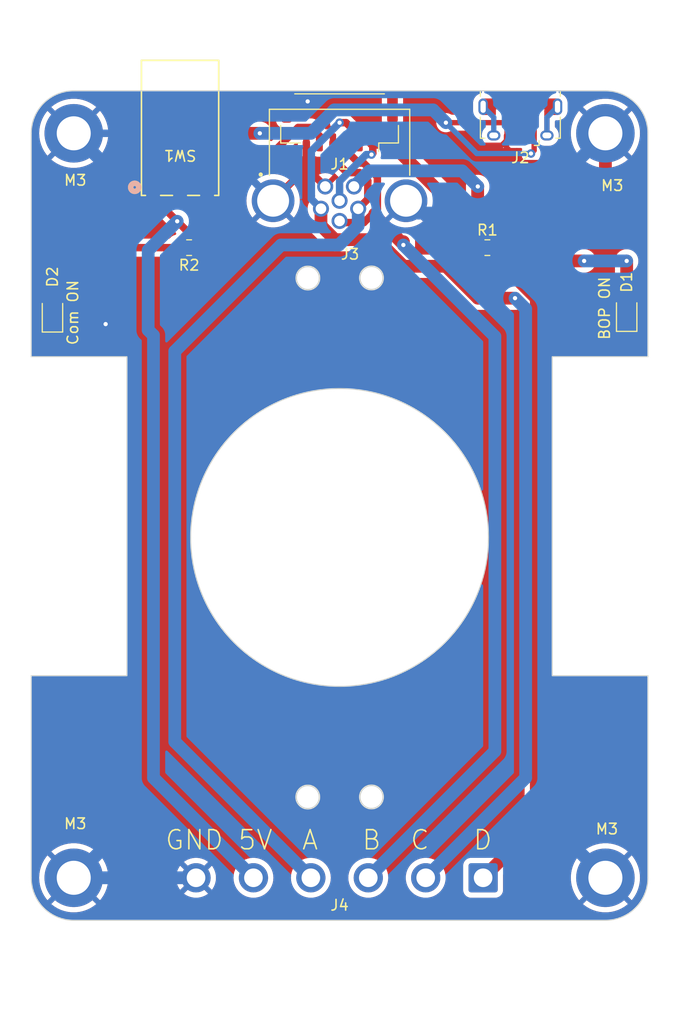
<source format=kicad_pcb>
(kicad_pcb (version 20240108) (generator "pcbnew") (generator_version "8.0")
  (layers (0 "F.Cu" signal) (31 "B.Cu" signal) (34 "B.Paste" user) (35 "F.Paste" user) (36 "B.SilkS" user "B.Silkscreen") (37 "F.SilkS" user "F.Silkscreen") (38 "B.Mask" user) (39 "F.Mask" user) (44 "Edge.Cuts" user))
  (net 0 "")
  (net 1 "GND")
  (net 2 "Net-(D1-A)")
  (net 3 "Net-(D2-A)")
  (net 4 "Net-(J1-Pin_2)")
  (net 8 "unconnected-(J2-Shield-Pad6)")
  (net 9 "Net-(J1-Pin_1)")
  (net 10 "Net-(J1-Pin_3)")
  (net 11 "Net-(J1-Pin_4)")
  (net 12 "Net-(J3-Pad2)")
  (net 13 "Net-(J1-Pin_5)")
  (net 14 "Net-(J2-VBUS)")
  (footprint "Connector_USB:USB_Micro-B_Amphenol_10118194_Horizontal" (layer "F.Cu") (at 69 60.8 180)
    (property "Reference" "J2" (at 0 -3.5 180) (layer "F.SilkS"))
    (property "Value" "USB_B_Micro")
    (fp_line (start 3.76 2.29) (end 3.76 2.69) (stroke (width 0.12)) (layer "F.SilkS"))
    (fp_line (start 3.76 0.32) (end 3.76 -1.66) (stroke (width 0.12)) (layer "F.SilkS"))
    (fp_line (start 3.76 -1.66) (end 3.34 -1.66) (stroke (width 0.12)) (layer "F.SilkS"))
    (fp_line (start -1.31 -2.34) (end -1.76 -2.34) (stroke (width 0.12)) (layer "F.SilkS"))
    (fp_line (start -1.76 -1.89) (end -1.76 -2.34) (stroke (width 0.12)) (layer "F.SilkS"))
    (fp_line (start -3.76 2.69) (end -3.76 2.29) (stroke (width 0.12)) (layer "F.SilkS"))
    (fp_line (start -3.76 0.32) (end -3.76 -1.66) (stroke (width 0.12)) (layer "F.SilkS"))
    (fp_line (start -3.76 -1.66) (end -3.34 -1.66) (stroke (width 0.12)) (layer "F.SilkS"))
    (pad "1" smd rect (at -1.3 -1.4 180) (size 0.4 1.35) (layers "F.Cu" "F.Paste" "F.Mask") (net 14 "Net-(J2-VBUS)"))
    (pad "2" smd rect (at -0.65 -1.4 180) (size 0.4 1.35) (layers "F.Cu" "F.Paste" "F.Mask"))
    (pad "3" smd rect (at 0 -1.4 180) (size 0.4 1.35) (layers "F.Cu" "F.Paste" "F.Mask"))
    (pad "4" smd rect (at 0.65 -1.4 180) (size 0.4 1.35) (layers "F.Cu" "F.Paste" "F.Mask"))
    (pad "5" smd rect (at 1.3 -1.4 180) (size 0.4 1.35) (layers "F.Cu" "F.Paste" "F.Mask") (net 1 "GND"))
    (pad "6" thru_hole oval (at -3.5 1.3 180) (size 0.89 1.55) (drill oval 0.5 1.15) (layers "*.Cu" "*.Mask") (net 8 "unconnected-(J2-Shield-Pad6)"))
    (pad "6" smd rect (at -2.9 1.3 180) (size 1.2 1.55) (layers "F.Cu" "F.Paste" "F.Mask") (net 8 "unconnected-(J2-Shield-Pad6)"))
    (pad "6" thru_hole oval (at -2.5 -1.4 180) (size 1.25 0.95) (drill oval 0.85 0.55) (layers "*.Cu" "*.Mask") (net 8 "unconnected-(J2-Shield-Pad6)"))
    (pad "6" smd rect (at -1 1.3 180) (size 1.5 1.55) (layers "F.Cu" "F.Paste" "F.Mask") (net 8 "unconnected-(J2-Shield-Pad6)"))
    (pad "6" smd rect (at 1 1.3 180) (size 1.5 1.55) (layers "F.Cu" "F.Paste" "F.Mask") (net 8 "unconnected-(J2-Shield-Pad6)"))
    (pad "6" thru_hole oval (at 2.5 -1.4 180) (size 1.25 0.95) (drill oval 0.85 0.55) (layers "*.Cu" "*.Mask") (net 8 "unconnected-(J2-Shield-Pad6)"))
    (pad "6" smd rect (at 2.9 1.3 180) (size 1.2 1.55) (layers "F.Cu" "F.Paste" "F.Mask") (net 8 "unconnected-(J2-Shield-Pad6)"))
    (pad "6" thru_hole oval (at 3.5 1.3 180) (size 0.89 1.55) (drill oval 0.5 1.15) (layers "*.Cu" "*.Mask") (net 8 "unconnected-(J2-Shield-Pad6)"))
  )
  (footprint "LED_SMD:LED_0805_2012Metric" (layer "F.Cu") (at 79 78.9375 90)
    (property "Reference" "D1" (at 2.9375 0 90) (layer "F.SilkS"))
    (property "Value" "LED")
    (fp_line (start 1 -0.96) (end -1.685 -0.96) (stroke (width 0.12)) (layer "F.SilkS"))
    (fp_line (start -1.685 -0.96) (end -1.685 0.96) (stroke (width 0.12)) (layer "F.SilkS"))
    (fp_line (start -1.685 0.96) (end 1 0.96) (stroke (width 0.12)) (layer "F.SilkS"))
    (pad "1" smd roundrect (at -0.9375 0 90) (size 0.975 1.4) (layers "F.Cu" "F.Paste" "F.Mask") (net 1 "GND"))
    (pad "2" smd roundrect (at 0.9375 0 90) (size 0.975 1.4) (layers "F.Cu" "F.Paste" "F.Mask") (net 2 "Net-(D1-A)"))
  )
  (footprint "Connector_Wire:SolderWire-1sqmm_1x06_P5.4mm_D1.4mm_OD2.7mm" (layer "F.Cu") (at 65.5 132 180)
    (property "Reference" "J4" (at 13.5 -2.58 0) (layer "F.SilkS"))
    (property "Value" "Conn_01x06_Pin")
    (pad "1" thru_hole roundrect (at 0 0 180) (size 2.75 2.75) (drill 1.75) (layers "*.Cu" "*.Mask") (roundrect_rratio 0.09090909091) (net 9 "Net-(J1-Pin_1)"))
    (pad "2" thru_hole circle (at 5.4 0 180) (size 2.75 2.75) (drill 1.75) (layers "*.Cu" "*.Mask") (net 4 "Net-(J1-Pin_2)"))
    (pad "3" thru_hole circle (at 10.8 0 180) (size 2.75 2.75) (drill 1.75) (layers "*.Cu" "*.Mask") (net 10 "Net-(J1-Pin_3)"))
    (pad "4" thru_hole circle (at 16.2 0 180) (size 2.75 2.75) (drill 1.75) (layers "*.Cu" "*.Mask") (net 11 "Net-(J1-Pin_4)"))
    (pad "5" thru_hole circle (at 21.6 0 180) (size 2.75 2.75) (drill 1.75) (layers "*.Cu" "*.Mask") (net 13 "Net-(J1-Pin_5)"))
    (pad "6" thru_hole circle (at 27 0 180) (size 2.75 2.75) (drill 1.75) (layers "*.Cu" "*.Mask") (net 1 "GND"))
  )
  (footprint "MountingHole:MountingHole_3.2mm_M3_ISO14580_Pad" (layer "F.Cu") (at 77 132)
    (property "Reference" "H2" (hide yes))
    (property "Value" "MountingHole_Pad")
    (pad "1" thru_hole circle (at 0 0) (size 5.5 5.5) (drill 3.2) (layers "*.Cu" "*.Mask") (net 1 "GND"))
  )
  (footprint "MountingHole:MountingHole_3.2mm_M3_ISO14580_Pad" (layer "F.Cu") (at 27 132)
    (property "Reference" "H1" (hide yes))
    (property "Value" "MountingHole_Pad")
    (pad "1" thru_hole circle (at 0 0) (size 5.5 5.5) (drill 3.2) (layers "*.Cu" "*.Mask") (net 1 "GND"))
  )
  (footprint "Connector_Molex:Molex_CLIK-Mate_502386-0670_1x06-1MP_P1.25mm_Horizontal" (layer "F.Cu") (at 52 61 180)
    (property "Reference" "J1" (at 0 -3.9 0) (layer "F.SilkS"))
    (property "Value" "Conn_01x06_Pin")
    (fp_line (start 5.535 -0.26) (end 5.535 -1.91) (stroke (width 0.12)) (layer "F.SilkS"))
    (fp_line (start 5.535 -1.91) (end 3.685 -1.91) (stroke (width 0.12)) (layer "F.SilkS"))
    (fp_line (start -3.685 -1.91) (end -3.685 -2.7) (stroke (width 0.12)) (layer "F.SilkS"))
    (fp_line (start -4.215 2.71) (end 4.215 2.71) (stroke (width 0.12)) (layer "F.SilkS"))
    (fp_line (start -5.535 -0.26) (end -5.535 -1.91) (stroke (width 0.12)) (layer "F.SilkS"))
    (fp_line (start -5.535 -1.91) (end -3.685 -1.91) (stroke (width 0.12)) (layer "F.SilkS"))
    (pad "1" smd roundrect (at -3.125 -1.85 180) (size 0.6 1.7) (layers "F.Cu" "F.Paste" "F.Mask") (net 9 "Net-(J1-Pin_1)"))
    (pad "2" smd roundrect (at -1.875 -1.85 180) (size 0.6 1.7) (layers "F.Cu" "F.Paste" "F.Mask") (net 4 "Net-(J1-Pin_2)"))
    (pad "3" smd roundrect (at -0.625 -1.85 180) (size 0.6 1.7) (layers "F.Cu" "F.Paste" "F.Mask") (net 10 "Net-(J1-Pin_3)"))
    (pad "4" smd roundrect (at 0.625 -1.85 180) (size 0.6 1.7) (layers "F.Cu" "F.Paste" "F.Mask") (net 11 "Net-(J1-Pin_4)"))
    (pad "5" smd roundrect (at 1.875 -1.85 180) (size 0.6 1.7) (layers "F.Cu" "F.Paste" "F.Mask") (net 13 "Net-(J1-Pin_5)"))
    (pad "6" smd roundrect (at 3.125 -1.85 180) (size 0.6 1.7) (layers "F.Cu" "F.Paste" "F.Mask") (net 1 "GND"))
    (pad "MP" smd roundrect (at -4.975 1.35 180) (size 1 2.7) (layers "F.Cu" "F.Paste" "F.Mask"))
    (pad "MP" smd roundrect (at 4.975 1.35 180) (size 1 2.7) (layers "F.Cu" "F.Paste" "F.Mask"))
  )
  (footprint "Resistor_SMD:R_0805_2012Metric" (layer "F.Cu") (at 37.85 72.75 180)
    (property "Reference" "R2" (at 0 -1.65 180) (layer "F.SilkS"))
    (property "Value" "R330")
    (fp_line (start -0.227064 0.735) (end 0.227064 0.735) (stroke (width 0.12)) (layer "F.SilkS"))
    (fp_line (start -0.227064 -0.735) (end 0.227064 -0.735) (stroke (width 0.12)) (layer "F.SilkS"))
    (pad "1" smd roundrect (at -0.9125 0 180) (size 1.025 1.4) (layers "F.Cu" "F.Paste" "F.Mask") (roundrect_rratio 0.243902439) (net 13 "Net-(J1-Pin_5)"))
    (pad "2" smd roundrect (at 0.9125 0 180) (size 1.025 1.4) (layers "F.Cu" "F.Paste" "F.Mask") (roundrect_rratio 0.243902439) (net 3 "Net-(D2-A)"))
  )
  (footprint "LED_SMD:LED_0805_2012Metric" (layer "F.Cu") (at 25 79 90)
    (property "Reference" "D2" (at 3.5 0 90) (layer "F.SilkS"))
    (property "Value" "LED")
    (fp_line (start 1 -0.96) (end -1.685 -0.96) (stroke (width 0.12)) (layer "F.SilkS"))
    (fp_line (start -1.685 -0.96) (end -1.685 0.96) (stroke (width 0.12)) (layer "F.SilkS"))
    (fp_line (start -1.685 0.96) (end 1 0.96) (stroke (width 0.12)) (layer "F.SilkS"))
    (pad "1" smd roundrect (at -0.9375 0 90) (size 0.975 1.4) (layers "F.Cu" "F.Paste" "F.Mask") (net 1 "GND"))
    (pad "2" smd roundrect (at 0.9375 0 90) (size 0.975 1.4) (layers "F.Cu" "F.Paste" "F.Mask") (net 3 "Net-(D2-A)"))
  )
  (footprint "54-00321:TENSILITY_54-00321" (layer "F.Cu") (at 52 68.34 180)
    (property "Reference" "J3" (at -0.98575 -5.03 0) (layer "F.SilkS"))
    (property "Value" "54-00321")
    (fp_line (start 6.6 8.6) (end 6.6 2.4) (stroke (width 0.127)) (layer "F.SilkS"))
    (fp_line (start -6.6 8.6) (end 6.6 8.6) (stroke (width 0.127)) (layer "F.SilkS"))
    (fp_line (start -6.6 2.4) (end -6.6 8.6) (stroke (width 0.127)) (layer "F.SilkS"))
    (fp_circle (center 7.4146 2.4652) (end 7.5146 2.4652) (stroke (width 0.2)) (fill none) (layer "F.SilkS"))
    (pad "1" thru_hole circle (at 1.35 1.34 180) (size 1.508 1.508) (drill 1) (layers "*.Cu" "*.Mask") (net 1 "GND"))
    (pad "2" thru_hole circle (at -1.35 1.34 180) (size 1.508 1.508) (drill 1) (layers "*.Cu" "*.Mask") (net 12 "Net-(J3-Pad2)"))
    (pad "3" thru_hole circle (at -1.75 -0.75 180) (size 1.508 1.508) (drill 1) (layers "*.Cu" "*.Mask") (net 11 "Net-(J1-Pin_4)"))
    (pad "4" thru_hole circle (at 0 -1.9 180) (size 1.508 1.508) (drill 1) (layers "*.Cu" "*.Mask") (net 10 "Net-(J1-Pin_3)"))
    (pad "5" thru_hole circle (at 1.75 -0.75 180) (size 1.508 1.508) (drill 1) (layers "*.Cu" "*.Mask") (net 4 "Net-(J1-Pin_2)"))
    (pad "6" thru_hole circle (at 0 0 180) (size 1.508 1.508) (drill 1) (layers "*.Cu" "*.Mask") (net 9 "Net-(J1-Pin_1)"))
    (pad "S1" thru_hole circle (at -6.25 0 180) (size 4.016 4.016) (drill 3) (layers "*.Cu" "*.Mask") (net 1 "GND"))
    (pad "S2" thru_hole circle (at 6.25 0 180) (size 4.016 4.016) (drill 3) (layers "*.Cu" "*.Mask") (net 1 "GND"))
  )
  (footprint "SwitchSurfaceMount:GT11MSABE_CNK" (layer "F.Cu") (at 37 61.49 180)
    (property "Reference" "SW1" (at 0 -2.588 180) (layer "F.SilkS"))
    (property "Value" "GT11MSABE")
    (fp_circle (center 4.2672 -5.588) (end 4.6482 -5.588) (stroke (width 0.508)) (fill none) (layer "B.SilkS"))
    (fp_line (start 3.6322 6.35) (end 3.6322 -6.35) (stroke (width 0.1524)) (layer "F.SilkS"))
    (fp_line (start 3.6322 -6.35) (end 3.25374 -6.35) (stroke (width 0.1524)) (layer "F.SilkS"))
    (fp_line (start 1.82626 -6.35) (end 0.71374 -6.35) (stroke (width 0.1524)) (layer "F.SilkS"))
    (fp_line (start -0.71374 -6.35) (end -1.82626 -6.35) (stroke (width 0.1524)) (layer "F.SilkS"))
    (fp_line (start -3.25374 -6.35) (end -3.6322 -6.35) (stroke (width 0.1524)) (layer "F.SilkS"))
    (fp_line (start -3.6322 6.35) (end 3.6322 6.35) (stroke (width 0.1524)) (layer "F.SilkS"))
    (fp_line (start -3.6322 -6.35) (end -3.6322 6.35) (stroke (width 0.1524)) (layer "F.SilkS"))
    (fp_circle (center 4.2672 -5.588) (end 4.6482 -5.588) (stroke (width 0.508)) (fill none) (layer "F.SilkS"))
    (pad "1" smd rect (at 2.54 -5.588 180) (size 0.762 2.032) (layers "F.Cu" "F.Paste" "F.Mask") (net 13 "Net-(J1-Pin_5)"))
    (pad "2" smd rect (at 0 -5.588 180) (size 0.762 2.032) (layers "F.Cu" "F.Paste" "F.Mask") (net 14 "Net-(J2-VBUS)"))
    (pad "3" smd rect (at -2.54 -5.588 180) (size 0.762 2.032) (layers "F.Cu" "F.Paste" "F.Mask"))
    (pad "4" smd rect (at -2.54 2.413 180) (size 0.762 2.032) (layers "F.Cu" "F.Paste" "F.Mask"))
    (pad "5" smd rect (at 2.54 2.413 180) (size 0.762 2.032) (layers "F.Cu" "F.Paste" "F.Mask"))
  )
  (footprint "Resistor_SMD:R_0805_2012Metric" (layer "F.Cu") (at 65.9 72.75)
    (property "Reference" "R1" (at 0 -1.65 0) (layer "F.SilkS"))
    (property "Value" "R330")
    (fp_line (start -0.227064 -0.735) (end 0.227064 -0.735) (stroke (width 0.12)) (layer "F.SilkS"))
    (fp_line (start -0.227064 0.735) (end 0.227064 0.735) (stroke (width 0.12)) (layer "F.SilkS"))
    (pad "1" smd roundrect (at -0.9125 0) (size 1.025 1.4) (layers "F.Cu" "F.Paste" "F.Mask") (roundrect_rratio 0.243902439) (net 12 "Net-(J3-Pad2)"))
    (pad "2" smd roundrect (at 0.9125 0) (size 1.025 1.4) (layers "F.Cu" "F.Paste" "F.Mask") (roundrect_rratio 0.243902439) (net 2 "Net-(D1-A)"))
  )
  (footprint "MountingHole:MountingHole_3.2mm_M3_ISO14580_Pad" (layer "F.Cu") (at 27 62)
    (property "Reference" "H3" (hide yes))
    (property "Value" "MountingHole_Pad")
    (pad "1" thru_hole circle (at 0 0) (size 5.5 5.5) (drill 3.2) (layers "*.Cu" "*.Mask") (net 1 "GND"))
  )
  (footprint "MountingHole:MountingHole_3.2mm_M3_ISO14580_Pad" (layer "F.Cu") (at 77 62)
    (property "Reference" "H4" (hide yes))
    (property "Value" "MountingHole_Pad")
    (pad "1" thru_hole circle (at 0 0) (size 5.5 5.5) (drill 3.2) (layers "*.Cu" "*.Mask") (net 1 "GND"))
  )
  (gr_line (start 23 83) (end 23 62) (stroke (width 0.1)) (layer "Edge.Cuts"))
  (gr_line (start 23 83) (end 32 83) (stroke (width 0.1)) (layer "Edge.Cuts"))
  (gr_line (start 81 62) (end 81 83) (stroke (width 0.1)) (layer "Edge.Cuts"))
  (gr_arc (start 81 132) (mid 79.828427 134.828427) (end 77 136) (stroke (width 0.1)) (layer "Edge.Cuts"))
  (gr_circle (center 52 100) (end 66 100) (stroke (width 0.1)) (fill none) (layer "Edge.Cuts"))
  (gr_circle (center 55 124.4) (end 56.1 124.4) (stroke (width 0.15)) (fill none) (layer "Edge.Cuts"))
  (gr_circle (center 49.02 75.61) (end 50.12 75.61) (stroke (width 0.15)) (fill none) (layer "Edge.Cuts"))
  (gr_arc (start 23 62) (mid 24.171573 59.171573) (end 27 58) (stroke (width 0.1)) (layer "Edge.Cuts"))
  (gr_line (start 72 83) (end 81 83) (stroke (width 0.1)) (layer "Edge.Cuts"))
  (gr_line (start 27 58) (end 77 58) (stroke (width 0.1)) (layer "Edge.Cuts"))
  (gr_line (start 72 83) (end 72 113) (stroke (width 0.1)) (layer "Edge.Cuts"))
  (gr_line (start 77 136) (end 27 136) (stroke (width 0.1)) (layer "Edge.Cuts"))
  (gr_arc (start 77 58) (mid 79.828427 59.171573) (end 81 62) (stroke (width 0.1)) (layer "Edge.Cuts"))
  (gr_circle (center 55 75.6) (end 56.1 75.6) (stroke (width 0.15)) (fill none) (layer "Edge.Cuts"))
  (gr_line (start 23 113) (end 32 113) (stroke (width 0.1)) (layer "Edge.Cuts"))
  (gr_line (start 72 113) (end 81 113) (stroke (width 0.1)) (layer "Edge.Cuts"))
  (gr_circle (center 49.01 124.41) (end 50.11 124.41) (stroke (width 0.15)) (fill none) (layer "Edge.Cuts"))
  (gr_line (start 32 113) (end 32 83) (stroke (width 0.1)) (layer "Edge.Cuts"))
  (gr_line (start 81 113) (end 81 132) (stroke (width 0.1)) (layer "Edge.Cuts"))
  (gr_arc (start 27 136) (mid 24.171573 134.828427) (end 23 132) (stroke (width 0.1)) (layer "Edge.Cuts"))
  (gr_line (start 23 132) (end 23 113) (stroke (width 0.1)) (layer "Edge.Cuts"))
  (gr_text "BOP ON" (at 77.5 81.5 90) (layer "F.SilkS") (effects (font (size 1 1)) (justify left bottom)))
  (gr_text "M3" (at 26 67 0) (layer "F.SilkS") (effects (font (size 1 1)) (justify left bottom)))
  (gr_text "Com ON" (at 27.5 82 90) (layer "F.SilkS") (effects (font (size 1 1)) (justify left bottom)))
  (gr_text "GND 5V  A   B  C   D" (at 35.5 129.5 0) (layer "F.SilkS") (effects (font (size 1.8 1.8)) (justify left bottom)))
  (gr_text "M3" (at 76.5 67.5 0) (layer "F.SilkS") (effects (font (size 1 1)) (justify left bottom)))
  (gr_text "M3" (at 26 127.5 0) (layer "F.SilkS") (effects (font (size 1 1)) (justify left bottom)))
  (gr_text "M3" (at 76 128 0) (layer "F.SilkS") (effects (font (size 1 1)) (justify left bottom)))
  (segment (start 69.125 64.75) (end 74.25 64.75) (width 0.5) (layer "F.Cu") (net 1))
  (segment (start 54.45 61.45) (end 52 59) (width 0.5) (layer "F.Cu") (net 1))
  (segment (start 34.1525 79.9375) (end 45.75 68.34) (width 0.5) (layer "F.Cu") (net 1))
  (segment (start 25 79.9375) (end 30 79.9375) (width 0.5) (layer "F.Cu") (net 1))
  (segment (start 67.7 62.2) (end 67.7 63.325) (width 0.5) (layer "F.Cu") (net 1))
  (segment (start 78.698915 79.875) (end 77 78.176085) (width 1.2) (layer "F.Cu") (net 1))
  (segment (start 67.25 63.125) (end 58.675 63.125) (width 0.5) (layer "F.Cu") (net 1))
  (segment (start 67.7 63.325) (end 69.125 64.75) (width 0.5) (layer "F.Cu") (net 1))
  (segment (start 74.25 64.75) (end 77 62) (width 0.5) (layer "F.Cu") (net 1))
  (segment (start 48.875 64.5) (end 48.875 62.85) (width 0.7) (layer "F.Cu") (net 1))
  (segment (start 48.875 64.5) (end 48.875 65.215) (width 0.7) (layer "F.Cu") (net 1))
  (segment (start 48.875 65.215) (end 45.75 68.34) (width 0.7) (layer "F.Cu") (net 1))
  (segment (start 52 59) (end 49 59) (width 0.5) (layer "F.Cu") (net 1))
  (segment (start 50.65 67) (end 48.875 65.225) (width 0.7) (layer "F.Cu") (net 1))
  (segment (start 67.7 62.675) (end 67.25 63.125) (width 0.5) (layer "F.Cu") (net 1))
  (segment (start 58.675 63.125) (end 57 61.45) (width 0.5) (layer "F.Cu") (net 1))
  (segment (start 48.875 65.225) (end 48.875 64.5) (width 0.7) (layer "F.Cu") (net 1))
  (segment (start 30 79.9375) (end 34.1525 79.9375) (width 0.5) (layer "F.Cu") (net 1))
  (segment (start 79 79.875) (end 78.698915 79.875) (width 1.2) (layer "F.Cu") (net 1))
  (segment (start 57 61.45) (end 54.45 61.45) (width 0.5) (layer "F.Cu") (net 1))
  (segment (start 77 78.176085) (end 77 62) (width 1.2) (layer "F.Cu") (net 1))
  (segment (start 67.7 62.2) (end 67.7 62.675) (width 0.5) (layer "F.Cu") (net 1))
  (via (at 49 59) (size 0.8) (drill 0.4) (layers "F.Cu" "B.Cu") (net 1))
  (via (at 30 79.9375) (size 0.8) (drill 0.4) (layers "F.Cu" "B.Cu") (net 1))
  (segment (start 31.53125 81.46875) (end 30 79.9375) (width 1.2) (layer "B.Cu") (net 1))
  (segment (start 43.5 59) (end 39.955 62.545) (width 0.5) (layer "B.Cu") (net 1))
  (segment (start 32.6 126.4) (end 32.6 82.5375) (width 1.2) (layer "B.Cu") (net 1))
  (segment (start 71.4 126.4) (end 71.4 69.5) (width 1.2) (layer "B.Cu") (net 1))
  (segment (start 39.955 62.545) (end 45.75 68.34) (width 0.7) (layer "B.Cu") (net 1))
  (segment (start 71.4 67.6) (end 77 62) (width 1.2) (layer "B.Cu") (net 1))
  (segment (start 58.25 68.34) (end 59.41 69.5) (width 1.2) (layer "B.Cu") (net 1))
  (segment (start 49 59) (end 43.5 59) (width 0.5) (layer "B.Cu") (net 1))
  (segment (start 32.6 82.5375) (end 31.53125 81.46875) (width 1.2) (layer "B.Cu") (net 1))
  (segment (start 77 132) (end 71.4 126.4) (width 1.2) (layer "B.Cu") (net 1))
  (segment (start 27 62) (end 39.41 62) (width 0.7) (layer "B.Cu") (net 1))
  (segment (start 31.53125 66.53125) (end 27 62) (width 1.2) (layer "B.Cu") (net 1))
  (segment (start 71.4 69.5) (end 71.4 67.6) (width 1.2) (layer "B.Cu") (net 1))
  (segment (start 27 132) (end 38.5 132) (width 1.2) (layer "B.Cu") (net 1))
  (segment (start 59.41 69.5) (end 71.4 69.5) (width 1.2) (layer "B.Cu") (net 1))
  (segment (start 39.41 62) (end 39.955 62.545) (width 0.7) (layer "B.Cu") (net 1))
  (segment (start 31.53125 81.46875) (end 31.53125 66.53125) (width 1.2) (layer "B.Cu") (net 1))
  (segment (start 27 132) (end 32.6 126.4) (width 1.2) (layer "B.Cu") (net 1))
  (segment (start 68.0625 74) (end 66.8125 72.75) (width 1.2) (layer "F.Cu") (net 2))
  (segment (start 79 78) (end 79 74) (width 1.2) (layer "F.Cu") (net 2))
  (segment (start 75 74) (end 68.0625 74) (width 1.2) (layer "F.Cu") (net 2))
  (via (at 75 74) (size 0.8) (drill 0.4) (layers "F.Cu" "B.Cu") (net 2))
  (via (at 79 74) (size 0.8) (drill 0.4) (layers "F.Cu" "B.Cu") (net 2))
  (segment (start 79 74) (end 75 74) (width 1.2) (layer "B.Cu") (net 2))
  (segment (start 36.9375 72.75) (end 30.3125 72.75) (width 0.7) (layer "F.Cu") (net 3))
  (segment (start 30.3125 72.75) (end 25 78.0625) (width 0.7) (layer "F.Cu") (net 3))
  (segment (start 58.020101 74.5) (end 55.520101 72) (width 1.2) (layer "F.Cu") (net 4))
  (segment (start 52.614949 61) (end 52 61) (width 0.7) (layer "F.Cu") (net 4))
  (segment (start 55.520101 72) (end 51.562312 72) (width 1.2) (layer "F.Cu") (net 4))
  (segment (start 53.875 62.260051) (end 52.614949 61) (width 0.7) (layer "F.Cu") (net 4))
  (segment (start 53.875 62.85) (end 53.875 62.260051) (width 0.7) (layer "F.Cu") (net 4))
  (segment (start 65 77.5) (end 62 74.5) (width 1.2) (layer "F.Cu") (net 4))
  (segment (start 50.25 70.687688) (end 50.25 69.09) (width 1.2) (layer "F.Cu") (net 4))
  (segment (start 51.562312 72) (end 50.25 70.687688) (width 1.2) (layer "F.Cu") (net 4))
  (segment (start 62 74.5) (end 58.020101 74.5) (width 1.2) (layer "F.Cu") (net 4))
  (segment (start 68.5 77.5) (end 65 77.5) (width 1.2) (layer "F.Cu") (net 4))
  (via (at 68.5 77.5) (size 0.8) (drill 0.4) (layers "F.Cu" "B.Cu") (net 4))
  (via (at 52 61) (size 0.8) (drill 0.4) (layers "F.Cu" "B.Cu") (net 4))
  (segment (start 49.346 68.186) (end 50.25 69.09) (width 0.7) (layer "B.Cu") (net 4))
  (segment (start 69.5 78.5) (end 68.5 77.5) (width 1.2) (layer "B.Cu") (net 4))
  (segment (start 49.346 63.654) (end 49.346 68.186) (width 0.7) (layer "B.Cu") (net 4))
  (segment (start 69.5 122.6) (end 69.5 78.5) (width 1.2) (layer "B.Cu") (net 4))
  (segment (start 60.1 132) (end 69.5 122.6) (width 1.2) (layer "B.Cu") (net 4))
  (segment (start 52 61) (end 49.346 63.654) (width 0.7) (layer "B.Cu") (net 4))
  (segment (start 66.1 59.5) (end 68 59.5) (width 0.5) (layer "F.Cu") (net 8))
  (segment (start 71.5 62.2) (end 71.5 59.9) (width 0.5) (layer "F.Cu") (net 8))
  (segment (start 71.9 59.5) (end 70 59.5) (width 0.5) (layer "F.Cu") (net 8))
  (segment (start 71.5 59.9) (end 71.9 59.5) (width 0.5) (layer "F.Cu") (net 8))
  (segment (start 68 59.5) (end 70 59.5) (width 0.5) (layer "F.Cu") (net 8))
  (segment (start 71.5 60.5) (end 72.5 59.5) (width 0.5) (layer "B.Cu") (net 8))
  (segment (start 71.5 62.2) (end 71.5 60.5) (width 0.5) (layer "B.Cu") (net 8))
  (segment (start 66.5 62.2) (end 66.5 60.5) (width 0.5) (layer "B.Cu") (net 8))
  (segment (start 66.5 60.5) (end 65.5 59.5) (width 0.5) (layer "B.Cu") (net 8))
  (segment (start 62 72) (end 62 68.118888) (width 1.2) (layer "F.Cu") (net 9))
  (segment (start 70.5 77.520101) (end 68.379899 75.4) (width 1.2) (layer "F.Cu") (net 9))
  (segment (start 70.5 127) (end 70.5 77.520101) (width 1.2) (layer "F.Cu") (net 9))
  (segment (start 65.5 132) (end 70.5 127) (width 1.2) (layer "F.Cu") (net 9))
  (segment (start 55.125 62.85) (end 55.125 63.875) (width 0.7) (layer "F.Cu") (net 9))
  (segment (start 55.125 63.875) (end 55 64) (width 0.7) (layer "F.Cu") (net 9))
  (segment (start 65.4 75.4) (end 62 72) (width 1.2) (layer "F.Cu") (net 9))
  (segment (start 68.379899 75.4) (end 65.4 75.4) (width 1.2) (layer "F.Cu") (net 9))
  (segment (start 56.731112 62.85) (end 55.125 62.85) (width 1.2) (layer "F.Cu") (net 9))
  (segment (start 62 68.118888) (end 56.731112 62.85) (width 1.2) (layer "F.Cu") (net 9))
  (via (at 55 64) (size 0.8) (drill 0.4) (layers "F.Cu" "B.Cu") (net 9))
  (segment (start 52 66.505865) (end 52 68.34) (width 0.7) (layer "B.Cu") (net 9))
  (segment (start 55 64) (end 54.505865 64) (width 0.7) (layer "B.Cu") (net 9))
  (segment (start 54.505865 64) (end 52 66.505865) (width 0.7) (layer "B.Cu") (net 9))
  (segment (start 57.766312 72.196) (end 55.304 69.733688) (width 1.2) (layer "F.Cu") (net 10))
  (segment (start 58 72.5) (end 58 72.196) (width 1.2) (layer "F.Cu") (net 10))
  (segment (start 52.154 70.394) (end 52 70.24) (width 0.7) (layer "F.Cu") (net 10))
  (segment (start 52.625 63.625) (end 53.796 64.796) (width 0.7) (layer "F.Cu") (net 10))
  (segment (start 55.554 69.130135) (end 54.290135 70.394) (width 0.7) (layer "F.Cu") (net 10))
  (segment (start 54.290135 70.394) (end 52.154 70.394) (width 0.7) (layer "F.Cu") (net 10))
  (segment (start 54.262927 64.796) (end 55.554 66.087073) (width 0.7) (layer "F.Cu") (net 10))
  (segment (start 52.625 62.85) (end 52.625 63.625) (width 0.7) (layer "F.Cu") (net 10))
  (segment (start 58 72.196) (end 57.766312 72.196) (width 1.2) (layer "F.Cu") (net 10))
  (segment (start 55.554 66.087073) (end 55.554 69.130135) (width 0.7) (layer "F.Cu") (net 10))
  (segment (start 55.304 69.733688) (end 55.304 69.592067) (width 1.2) (layer "F.Cu") (net 10))
  (segment (start 53.796 64.796) (end 54.262927 64.796) (width 0.7) (layer "F.Cu") (net 10))
  (via (at 58 72.5) (size 0.8) (drill 0.4) (layers "F.Cu" "B.Cu") (net 10))
  (segment (start 66.606655 120.093345) (end 66.606655 81.106655) (width 1.2) (layer "B.Cu") (net 10))
  (segment (start 66.606655 81.106655) (end 58 72.5) (width 1.2) (layer "B.Cu") (net 10))
  (segment (start 54.7 132) (end 66.606655 120.093345) (width 1.2) (layer "B.Cu") (net 10))
  (segment (start 54.654 68.186) (end 53.75 69.09) (width 0.7) (layer "F.Cu") (net 11))
  (segment (start 54.654 66.459865) (end 54.654 68.186) (width 0.7) (layer "F.Cu") (net 11))
  (segment (start 53.890135 65.696) (end 54.654 66.459865) (width 0.7) (layer "F.Cu") (net 11))
  (segment (start 52.696 65.696) (end 53.890135 65.696) (width 0.7) (layer "F.Cu") (net 11))
  (segment (start 51.375 64.375) (end 52.696 65.696) (width 0.7) (layer "F.Cu") (net 11))
  (segment (start 51.375 62.85) (end 51.375 64.375) (width 0.7) (layer "F.Cu") (net 11))
  (segment (start 51.937688 72.5) (end 53.75 70.687688) (width 1.2) (layer "B.Cu") (net 11))
  (segment (start 36.5 82.5) (end 46.5 72.5) (width 1.2) (layer "B.Cu") (net 11))
  (segment (start 46.5 72.5) (end 51.937688 72.5) (width 1.2) (layer "B.Cu") (net 11))
  (segment (start 53.75 70.687688) (end 53.75 69.09) (width 1.2) (layer "B.Cu") (net 11))
  (segment (start 49.3 132) (end 36.5 119.2) (width 1.2) (layer "B.Cu") (net 11))
  (segment (start 36.5 119.2) (end 36.5 82.5) (width 1.2) (layer "B.Cu") (net 11))
  (segment (start 64.9875 72.75) (end 64.9875 67.0125) (width 1.2) (layer "F.Cu") (net 12))
  (segment (start 64.9875 67.0125) (end 65 67) (width 1.2) (layer "F.Cu") (net 12))
  (via (at 65 67) (size 0.8) (drill 0.4) (layers "F.Cu" "B.Cu") (net 12))
  (segment (start 54.818 65.532) (end 53.35 67) (width 1.2) (layer "B.Cu") (net 12))
  (segment (start 65 67) (end 63.532 65.532) (width 1.2) (layer "B.Cu") (net 12))
  (segment (start 63.532 65.532) (end 54.818 65.532) (width 1.2) (layer "B.Cu") (net 12))
  (segment (start 34.46 68) (end 36.73 70.27) (width 0.7) (layer "F.Cu") (net 13))
  (segment (start 50.125 62.85) (end 50.125 62.260051) (width 0.7) (layer "F.Cu") (net 13))
  (segment (start 49.31495 61.45) (end 48.1 61.45) (width 0.7) (layer "F.Cu") (net 13))
  (segment (start 50.125 62.260051) (end 49.31495 61.45) (width 0.7) (layer "F.Cu") (net 13))
  (segment (start 41.85 70.025) (end 39.125 72.75) (width 0.7) (layer "F.Cu") (net 13))
  (segment (start 39.125 72.75) (end 38.7625 72.75) (width 0.7) (layer "F.Cu") (net 13))
  (segment (start 36.73 70.27) (end 38.46 72) (width 0.7) (layer "F.Cu") (net 13))
  (segment (start 41.85 67.7) (end 41.85 70.025) (width 0.7) (layer "F.Cu") (net 13))
  (segment (start 48.1 61.45) (end 41.85 67.7) (width 0.7) (layer "F.Cu") (net 13))
  (via (at 36.73 70.27) (size 0.8) (drill 0.4) (layers "F.Cu" "B.Cu") (net 13))
  (segment (start 34 73) (end 36.73 70.27) (width 1.2) (layer "B.Cu") (net 13))
  (segment (start 34.5 81) (end 34.5 122.6) (width 1.2) (layer "B.Cu") (net 13))
  (segment (start 43.9 132) (end 34.7 122.8) (width 1.2) (layer "B.Cu") (net 13))
  (segment (start 34 73) (end 34 80.5) (width 1.2) (layer "B.Cu") (net 13))
  (segment (start 34 80.5) (end 34.5 81) (width 1.2) (layer "B.Cu") (net 13))
  (segment (start 34.5 122.6) (end 34.7 122.8) (width 1.2) (layer "B.Cu") (net 13))
  (segment (start 70.3 62.2) (end 70.3 63.6005) (width 0.5) (layer "F.Cu") (net 14))
  (segment (start 70.3 62.2) (end 70.3 61.025) (width 0.5) (layer "F.Cu") (net 14))
  (segment (start 44.5 62) (end 41 62) (width 1.2) (layer "F.Cu") (net 14))
  (segment (start 41 62) (end 37 66) (width 1.2) (layer "F.Cu") (net 14))
  (segment (start 70.275 61) (end 62 61) (width 0.5) (layer "F.Cu") (net 14))
  (segment (start 37 66) (end 37 68) (width 1.2) (layer "F.Cu") (net 14))
  (segment (start 70.3 61.025) (end 70.275 61) (width 0.5) (layer "F.Cu") (net 14))
  (segment (start 70.3 63.6005) (end 70 63.9005) (width 0.5) (layer "F.Cu") (net 14))
  (via (at 44.5 62) (size 0.8) (drill 0.4) (layers "F.Cu" "B.Cu") (net 14))
  (via (at 70 63.9005) (size 0.8) (drill 0.4) (layers "F.Cu" "B.Cu") (net 14))
  (via (at 62 61) (size 0.8) (drill 0.4) (layers "F.Cu" "B.Cu") (net 14))
  (segment (start 70 63.9005) (end 64.9005 63.9005) (width 0.5) (layer "B.Cu") (net 14))
  (segment (start 44.5 62) (end 49.302943 62) (width 1.2) (layer "B.Cu") (net 14))
  (segment (start 51.502943 59.8) (end 60.8 59.8) (width 1.2) (layer "B.Cu") (net 14))
  (segment (start 49.302943 62) (end 51.502943 59.8) (width 1.2) (layer "B.Cu") (net 14))
  (segment (start 64.9005 63.9005) (end 62 61) (width 0.5) (layer "B.Cu") (net 14))
  (segment (start 60.8 59.8) (end 62 61) (width 1.2) (layer "B.Cu") (net 14))
  (zone (net 1) (net_name "GND") (layers "F&B.Cu") (connect_pads (clearance 0.5)) (min_thickness 0.25) (fill yes (thermal_gap 0.5) (thermal_bridge_width 0.5))
    (polygon (pts (xy 82.5 56.5) (xy 21.53 56.27) (xy 22 138) (xy 83 137)))
  )
)
</source>
